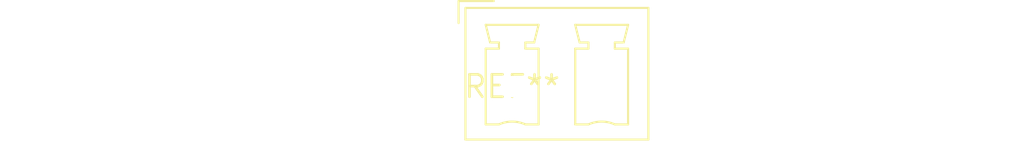
<source format=kicad_pcb>
(kicad_pcb (version 20240108) (generator pcbnew)
  (layers (0 "F.Cu" signal) (31 "B.Cu" signal) (34 "B.Paste" user) (35 "F.Paste" user) (36 "B.SilkS" user "B.Silkscreen") (37 "F.SilkS" user "F.Silkscreen") (38 "B.Mask" user) (39 "F.Mask" user) (44 "Edge.Cuts" user))
  (net 0 "")
  (footprint "PhoenixContact_MCV_1,5_2-G-5.08_1x02_P5.08mm_Vertical" (layer "F.Cu") (at 0 0)
    (property "Reference" "REF**")
    (property "Value" "PhoenixContact_MCV_1,5_2-G-5.08_1x02_P5.08mm_Vertical")
    (fp_line (start -3.04 -4.85) (end -1.04 -4.85) (layer "F.SilkS") (stroke (width 0.12)))
    (fp_line (start -3.04 -3.6) (end -3.04 -4.85) (layer "F.SilkS") (stroke (width 0.12)))
    (fp_line (start -2.65 -4.46) (end -2.65 3.01) (layer "F.SilkS") (stroke (width 0.12)))
    (fp_line (start -2.65 3.01) (end 7.73 3.01) (layer "F.SilkS") (stroke (width 0.12)))
    (fp_line (start -1.5 -3.5) (end 1.5 -3.5) (layer "F.SilkS") (stroke (width 0.12)))
    (fp_line (start -1.5 -2.15) (end -0.75 -2.15) (layer "F.SilkS") (stroke (width 0.12)))
    (fp_line (start -1.5 2.15) (end -1.5 -2.15) (layer "F.SilkS") (stroke (width 0.12)))
    (fp_line (start -1.25 -2.5) (end -1.5 -3.5) (layer "F.SilkS") (stroke (width 0.12)))
    (fp_line (start -0.75 -2.5) (end -1.25 -2.5) (layer "F.SilkS") (stroke (width 0.12)))
    (fp_line (start -0.75 -2.15) (end -0.75 -2.5) (layer "F.SilkS") (stroke (width 0.12)))
    (fp_line (start -0.75 2.15) (end -1.5 2.15) (layer "F.SilkS") (stroke (width 0.12)))
    (fp_line (start 0.75 -2.5) (end 0.75 -2.15) (layer "F.SilkS") (stroke (width 0.12)))
    (fp_line (start 0.75 -2.15) (end 1.5 -2.15) (layer "F.SilkS") (stroke (width 0.12)))
    (fp_line (start 1.25 -2.5) (end 0.75 -2.5) (layer "F.SilkS") (stroke (width 0.12)))
    (fp_line (start 1.5 -3.5) (end 1.25 -2.5) (layer "F.SilkS") (stroke (width 0.12)))
    (fp_line (start 1.5 -2.15) (end 1.5 2.15) (layer "F.SilkS") (stroke (width 0.12)))
    (fp_line (start 1.5 2.15) (end 0.75 2.15) (layer "F.SilkS") (stroke (width 0.12)))
    (fp_line (start 3.58 -3.5) (end 6.58 -3.5) (layer "F.SilkS") (stroke (width 0.12)))
    (fp_line (start 3.58 -2.15) (end 4.33 -2.15) (layer "F.SilkS") (stroke (width 0.12)))
    (fp_line (start 3.58 2.15) (end 3.58 -2.15) (layer "F.SilkS") (stroke (width 0.12)))
    (fp_line (start 3.83 -2.5) (end 3.58 -3.5) (layer "F.SilkS") (stroke (width 0.12)))
    (fp_line (start 4.33 -2.5) (end 3.83 -2.5) (layer "F.SilkS") (stroke (width 0.12)))
    (fp_line (start 4.33 -2.15) (end 4.33 -2.5) (layer "F.SilkS") (stroke (width 0.12)))
    (fp_line (start 4.33 2.15) (end 3.58 2.15) (layer "F.SilkS") (stroke (width 0.12)))
    (fp_line (start 5.83 -2.5) (end 5.83 -2.15) (layer "F.SilkS") (stroke (width 0.12)))
    (fp_line (start 5.83 -2.15) (end 6.58 -2.15) (layer "F.SilkS") (stroke (width 0.12)))
    (fp_line (start 6.33 -2.5) (end 5.83 -2.5) (layer "F.SilkS") (stroke (width 0.12)))
    (fp_line (start 6.58 -3.5) (end 6.33 -2.5) (layer "F.SilkS") (stroke (width 0.12)))
    (fp_line (start 6.58 -2.15) (end 6.58 2.15) (layer "F.SilkS") (stroke (width 0.12)))
    (fp_line (start 6.58 2.15) (end 5.83 2.15) (layer "F.SilkS") (stroke (width 0.12)))
    (fp_line (start 7.73 -4.46) (end -2.65 -4.46) (layer "F.SilkS") (stroke (width 0.12)))
    (fp_line (start 7.73 3.01) (end 7.73 -4.46) (layer "F.SilkS") (stroke (width 0.12)))
    (fp_arc (start -0.75 2.15) (mid -0.000193 1.99191) (end 0.749647 2.149844) (layer "F.SilkS") (stroke (width 0.12)))
    (fp_arc (start 4.33 2.15) (mid 5.079807 1.99191) (end 5.829647 2.149844) (layer "F.SilkS") (stroke (width 0.12)))
    (pad "1" thru_hole roundrect (at 0 0) (size 1.8 3.6) (drill 1.2) (layers *.Cu *.Mask) (remove_unused_layers) (roundrect_rratio 0.138889))
    (pad "2" thru_hole oval (at 5.08 0) (size 1.8 3.6) (drill 1.2) (layers *.Cu *.Mask) (remove_unused_layers))
  )
)
</source>
